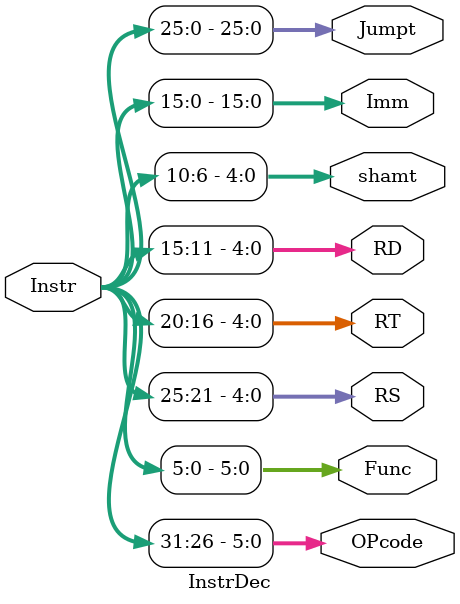
<source format=v>
`timescale 1ns / 1ps

module InstrDec #(parameter WL = 32) (Instr, OPcode, Func, RS, RT, RD, shamt, Imm, Jumpt);

input [WL-1:0] Instr;
output reg [5:0] OPcode, Func;
output reg [4:0] RS, RT, RD, shamt;
output reg [15:0] Imm;
output reg [25:0] Jumpt;

always @* begin  
    OPcode = Instr[31:26];
    Func = Instr[5:0];
    RS = Instr[25:21];
    RT = Instr[20:16];
    RD = Instr[15:11];
    shamt = Instr[10:6];
    Imm = Instr[15:0];
    Jumpt = Instr[25:0];
end

endmodule

</source>
